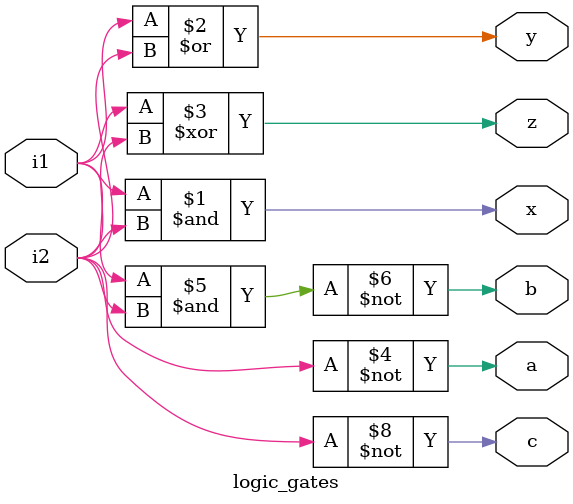
<source format=v>
`timescale 1ns / 1ps
module logic_gates(i1,i2,x,y,z,a,b,c);
	input  i1,i2;
	output x,y,z,a,b,c;
	
	assign x = (i1 & i2); //and
	assign y = (i1 | i2); //or
	assign z = (i1 ^ i2); //xor
	assign a = ~i2;		 //not
	assign b = ~(i1 & i2); //nand
	assign c = ~(i2 | i2); //nor

endmodule

</source>
